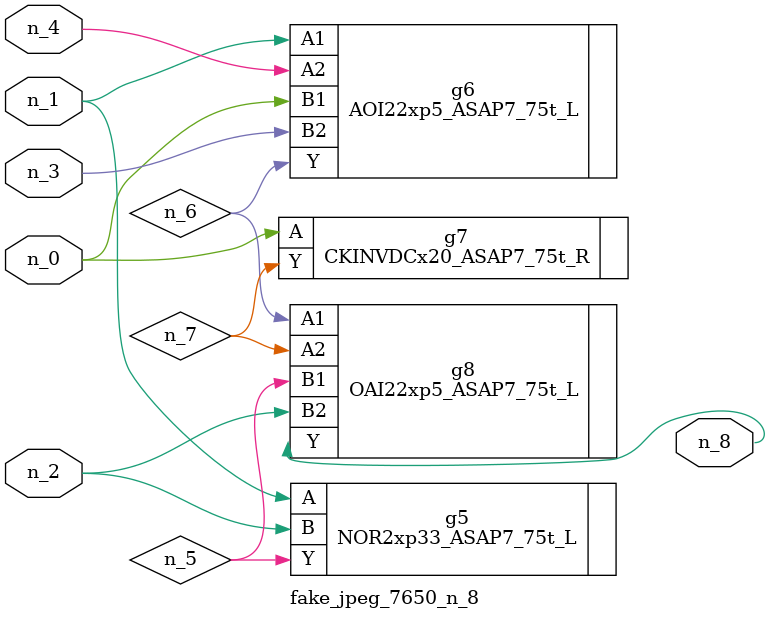
<source format=v>
module fake_jpeg_7650_n_8 (n_3, n_2, n_1, n_0, n_4, n_8);

input n_3;
input n_2;
input n_1;
input n_0;
input n_4;

output n_8;

wire n_6;
wire n_5;
wire n_7;

NOR2xp33_ASAP7_75t_L g5 ( 
.A(n_1),
.B(n_2),
.Y(n_5)
);

AOI22xp5_ASAP7_75t_L g6 ( 
.A1(n_1),
.A2(n_4),
.B1(n_0),
.B2(n_3),
.Y(n_6)
);

CKINVDCx20_ASAP7_75t_R g7 ( 
.A(n_0),
.Y(n_7)
);

OAI22xp5_ASAP7_75t_L g8 ( 
.A1(n_6),
.A2(n_7),
.B1(n_5),
.B2(n_2),
.Y(n_8)
);


endmodule
</source>
